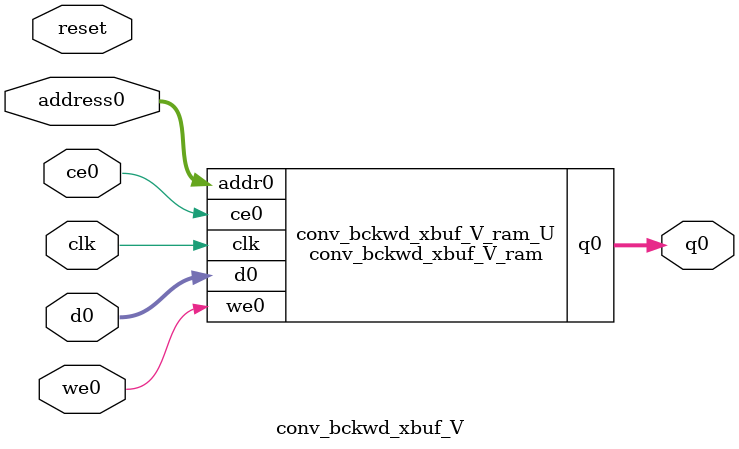
<source format=v>
`timescale 1 ns / 1 ps
module conv_bckwd_xbuf_V_ram (addr0, ce0, d0, we0, q0,  clk);

parameter DWIDTH = 16;
parameter AWIDTH = 16;
parameter MEM_SIZE = 50000;

input[AWIDTH-1:0] addr0;
input ce0;
input[DWIDTH-1:0] d0;
input we0;
output reg[DWIDTH-1:0] q0;
input clk;

reg [DWIDTH-1:0] ram[0:MEM_SIZE-1];




always @(posedge clk)  
begin 
    if (ce0) begin
        if (we0) 
            ram[addr0] <= d0; 
        q0 <= ram[addr0];
    end
end


endmodule

`timescale 1 ns / 1 ps
module conv_bckwd_xbuf_V(
    reset,
    clk,
    address0,
    ce0,
    we0,
    d0,
    q0);

parameter DataWidth = 32'd16;
parameter AddressRange = 32'd50000;
parameter AddressWidth = 32'd16;
input reset;
input clk;
input[AddressWidth - 1:0] address0;
input ce0;
input we0;
input[DataWidth - 1:0] d0;
output[DataWidth - 1:0] q0;



conv_bckwd_xbuf_V_ram conv_bckwd_xbuf_V_ram_U(
    .clk( clk ),
    .addr0( address0 ),
    .ce0( ce0 ),
    .we0( we0 ),
    .d0( d0 ),
    .q0( q0 ));

endmodule


</source>
